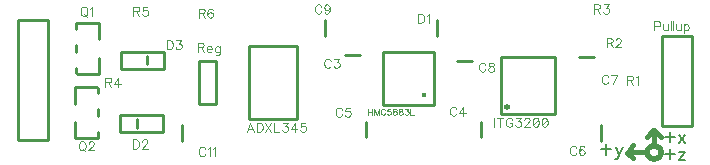
<source format=gbr>
G04 DipTrace 2.2.0.9*
%INTopSilk.gbr*%
%MOMM*%
%ADD10C,0.25*%
%ADD12C,0.076*%
%ADD15C,0.432*%
%ADD16C,0.381*%
%ADD17O,0.534X0.483*%
%ADD70C,0.118*%
%ADD71C,0.157*%
%FSLAX53Y53*%
%SFA1B1*%
%OFA0B0*%
G04*
G71*
G90*
G75*
G01*
%LNTopSilk*%
%LPD*%
X30660Y20207D2*
D10*
X34699D1*
Y14035D1*
X30660D1*
Y20207D1*
X11119Y22467D2*
X13659D1*
Y12257D1*
X11119D1*
Y22467D1*
X15895Y15361D2*
X15920Y16758D1*
X17775Y16783D1*
X17825Y16707D2*
Y16250D1*
X17851Y14878D2*
Y14319D1*
Y12923D2*
Y12440D1*
Y12465D2*
X15920D1*
X15895Y13837D1*
X17933Y19261D2*
X17908Y17863D1*
X16053Y17838D1*
X16003Y17914D2*
Y18372D1*
X15977Y19743D2*
Y20302D1*
Y21699D2*
Y22182D1*
Y22157D2*
X17908D1*
X17946Y20797D1*
X21998Y18676D2*
Y19413D1*
X19813Y19768D2*
X23471D1*
Y18321D1*
X19813D1*
Y19768D1*
X21197Y14040D2*
Y13304D1*
X19724Y14396D2*
X23382D1*
Y12948D1*
X19724D1*
Y14396D1*
X24993Y12216D2*
Y13515D1*
X37059Y21107D2*
Y22406D1*
X38730Y19472D2*
X40029D1*
D15*
X45425Y16079D3*
X41984Y19724D2*
D10*
X46302D1*
Y15254D1*
X41984D1*
Y19724D1*
X46527Y21107D2*
Y22406D1*
X65571Y21114D2*
X68111D1*
Y13494D1*
X65571D1*
Y21114D1*
X40588Y13832D2*
Y12533D1*
X64306Y11272D2*
D16*
X64307Y11311D1*
X64312Y11349D1*
X64319Y11387D1*
X64329Y11425D1*
X64342Y11462D1*
X64357Y11498D1*
X64375Y11533D1*
X64396Y11566D1*
X64419Y11598D1*
X64445Y11629D1*
X64472Y11658D1*
X64502Y11685D1*
X64534Y11710D1*
X64567Y11733D1*
X64602Y11753D1*
X64639Y11771D1*
X64677Y11787D1*
X64716Y11800D1*
X64755Y11811D1*
X64796Y11819D1*
X64837Y11824D1*
X64878Y11827D1*
X64920D1*
X64961Y11824D1*
X65002Y11819D1*
X65042Y11811D1*
X65082Y11800D1*
X65121Y11787D1*
X65159Y11771D1*
X65195Y11753D1*
X65230Y11733D1*
X65264Y11710D1*
X65296Y11685D1*
X65325Y11658D1*
X65353Y11629D1*
X65379Y11598D1*
X65402Y11566D1*
X65422Y11533D1*
X65441Y11498D1*
X65456Y11462D1*
X65469Y11425D1*
X65479Y11387D1*
X65486Y11349D1*
X65490Y11311D1*
X65492Y11272D1*
X65490Y11233D1*
X65486Y11195D1*
X65479Y11156D1*
X65469Y11119D1*
X65456Y11082D1*
X65441Y11046D1*
X65422Y11011D1*
X65402Y10977D1*
X65379Y10945D1*
X65353Y10915D1*
X65325Y10886D1*
X65296Y10859D1*
X65264Y10834D1*
X65230Y10811D1*
X65195Y10791D1*
X65159Y10772D1*
X65121Y10757D1*
X65082Y10743D1*
X65042Y10733D1*
X65002Y10725D1*
X64961Y10719D1*
X64920Y10717D1*
X64878D1*
X64837Y10719D1*
X64796Y10725D1*
X64755Y10733D1*
X64716Y10743D1*
X64677Y10757D1*
X64639Y10772D1*
X64602Y10791D1*
X64567Y10811D1*
X64534Y10834D1*
X64502Y10859D1*
X64472Y10886D1*
X64445Y10915D1*
X64419Y10945D1*
X64396Y10977D1*
X64375Y11011D1*
X64357Y11046D1*
X64342Y11082D1*
X64329Y11119D1*
X64319Y11156D1*
X64312Y11195D1*
X64307Y11233D1*
X64306Y11272D1*
X64936Y11986D2*
Y13097D1*
X64068Y11278D2*
X62957D1*
X60434Y13515D2*
D10*
Y12216D1*
X51992Y19349D2*
X56538D1*
Y14472D1*
X51992D1*
Y19349D1*
D17*
X52487Y15069D3*
X58576Y19314D2*
D10*
X59875D1*
X48256Y18996D2*
X49555D1*
X50273Y13832D2*
Y12533D1*
X26438Y18999D2*
X27810D1*
Y15316D1*
X26438D1*
Y18999D1*
X64381Y12542D2*
D16*
X64857Y13097D1*
X65492Y12542D2*
X64976Y13137D1*
X62714Y11272D2*
X63190Y11827D1*
Y10796D2*
X62634Y11192D1*
X31056Y12987D2*
D70*
X30764Y13753D1*
D2*
X30472Y12987D1*
X30582Y13242D2*
X30947D1*
X31291Y13753D2*
Y12987D1*
D2*
X31547D1*
D2*
X31656Y13024D1*
D2*
X31729Y13096D1*
D2*
X31766Y13170D1*
D2*
X31802Y13278D1*
D2*
Y13461D1*
D2*
X31766Y13571D1*
D2*
X31729Y13643D1*
D2*
X31656Y13716D1*
D2*
X31547Y13753D1*
D2*
X31291D1*
X32037D2*
X32547Y12987D1*
Y13753D2*
X32037Y12987D1*
X32783Y13753D2*
Y12987D1*
D2*
X33220D1*
X33529Y13752D2*
X33929D1*
D2*
X33710Y13460D1*
D2*
X33820D1*
D2*
X33892Y13424D1*
D2*
X33929Y13388D1*
D2*
X33966Y13278D1*
D2*
Y13206D1*
D2*
X33929Y13096D1*
D2*
X33856Y13023D1*
D2*
X33747Y12987D1*
D2*
X33637D1*
D2*
X33529Y13023D1*
D2*
X33492Y13060D1*
D2*
X33455Y13133D1*
X34566Y12987D2*
Y13752D1*
D2*
X34201Y13242D1*
D2*
X34748D1*
X35420Y13752D2*
X35056D1*
D2*
X35020Y13424D1*
D2*
X35056Y13460D1*
D2*
X35166Y13497D1*
D2*
X35274D1*
D2*
X35384Y13460D1*
D2*
X35457Y13388D1*
D2*
X35493Y13278D1*
D2*
Y13206D1*
D2*
X35457Y13096D1*
D2*
X35384Y13023D1*
D2*
X35274Y12987D1*
D2*
X35166D1*
D2*
X35056Y13023D1*
D2*
X35020Y13060D1*
D2*
X34983Y13133D1*
X16599Y23562D2*
X16526Y23526D1*
D2*
X16453Y23453D1*
D2*
X16417Y23380D1*
D2*
X16380Y23270D1*
D2*
Y23088D1*
D2*
X16417Y22979D1*
D2*
X16453Y22907D1*
D2*
X16526Y22833D1*
D2*
X16599Y22797D1*
D2*
X16745D1*
D2*
X16818Y22833D1*
D2*
X16890Y22907D1*
D2*
X16926Y22979D1*
D2*
X16964Y23088D1*
D2*
Y23270D1*
D2*
X16926Y23380D1*
D2*
X16890Y23453D1*
D2*
X16818Y23526D1*
D2*
X16745Y23562D1*
D2*
X16599D1*
X16708Y22943D2*
X16926Y22724D1*
X17199Y23415D2*
X17272Y23452D1*
D2*
X17382Y23561D1*
D2*
Y22796D1*
X16440Y12168D2*
X16368Y12133D1*
D2*
X16294Y12059D1*
D2*
X16258Y11986D1*
D2*
X16221Y11877D1*
D2*
Y11695D1*
D2*
X16258Y11585D1*
D2*
X16294Y11513D1*
D2*
X16368Y11439D1*
D2*
X16440Y11403D1*
D2*
X16586D1*
D2*
X16659Y11439D1*
D2*
X16731Y11513D1*
D2*
X16768Y11585D1*
D2*
X16805Y11695D1*
D2*
Y11877D1*
D2*
X16768Y11986D1*
D2*
X16731Y12059D1*
D2*
X16659Y12133D1*
D2*
X16586Y12168D1*
D2*
X16440D1*
X16550Y11549D2*
X16768Y11330D1*
X17077Y11985D2*
Y12021D1*
D2*
X17113Y12095D1*
D2*
X17150Y12131D1*
D2*
X17223Y12167D1*
D2*
X17369D1*
D2*
X17441Y12131D1*
D2*
X17477Y12095D1*
D2*
X17514Y12021D1*
D2*
Y11949D1*
D2*
X17477Y11876D1*
D2*
X17405Y11767D1*
D2*
X17040Y11402D1*
D2*
X17550D1*
X20863Y23197D2*
X21190D1*
D2*
X21300Y23234D1*
D2*
X21337Y23270D1*
D2*
X21373Y23343D1*
D2*
Y23416D1*
D2*
X21337Y23489D1*
D2*
X21300Y23526D1*
D2*
X21190Y23562D1*
D2*
X20863D1*
D2*
Y22796D1*
X21118Y23197D2*
X21373Y22796D1*
X22045Y23561D2*
X21682D1*
D2*
X21645Y23233D1*
D2*
X21682Y23270D1*
D2*
X21791Y23307D1*
D2*
X21900D1*
D2*
X22009Y23270D1*
D2*
X22083Y23197D1*
D2*
X22119Y23088D1*
D2*
Y23015D1*
D2*
X22083Y22906D1*
D2*
X22009Y22832D1*
D2*
X21900Y22796D1*
D2*
X21791D1*
D2*
X21682Y22832D1*
D2*
X21645Y22869D1*
D2*
X21608Y22942D1*
X23683Y20741D2*
Y19976D1*
D2*
X23938D1*
D2*
X24048Y20013D1*
D2*
X24121Y20085D1*
D2*
X24157Y20158D1*
D2*
X24193Y20267D1*
D2*
Y20450D1*
D2*
X24157Y20559D1*
D2*
X24121Y20632D1*
D2*
X24048Y20705D1*
D2*
X23938Y20741D1*
D2*
X23683D1*
X24502D2*
X24902D1*
D2*
X24684Y20449D1*
D2*
X24794D1*
D2*
X24866Y20413D1*
D2*
X24902Y20377D1*
D2*
X24939Y20267D1*
D2*
Y20195D1*
D2*
X24902Y20085D1*
D2*
X24830Y20012D1*
D2*
X24720Y19976D1*
D2*
X24611D1*
D2*
X24502Y20012D1*
D2*
X24466Y20049D1*
D2*
X24429Y20121D1*
X18481Y17164D2*
X18809D1*
D2*
X18918Y17201D1*
D2*
X18955Y17237D1*
D2*
X18991Y17310D1*
D2*
Y17383D1*
D2*
X18955Y17455D1*
D2*
X18918Y17492D1*
D2*
X18809Y17529D1*
D2*
X18481D1*
D2*
Y16763D1*
X18736Y17164D2*
X18991Y16763D1*
X19592D2*
Y17528D1*
D2*
X19227Y17018D1*
D2*
X19773D1*
X20825Y12327D2*
Y11561D1*
D2*
X21080D1*
D2*
X21190Y11598D1*
D2*
X21263Y11671D1*
D2*
X21299Y11744D1*
D2*
X21336Y11852D1*
D2*
Y12035D1*
D2*
X21299Y12145D1*
D2*
X21263Y12217D1*
D2*
X21190Y12290D1*
D2*
X21080Y12327D1*
D2*
X20825D1*
X21608Y12144D2*
Y12180D1*
D2*
X21644Y12253D1*
D2*
X21680Y12290D1*
D2*
X21754Y12326D1*
D2*
X21899D1*
D2*
X21972Y12290D1*
D2*
X22008Y12253D1*
D2*
X22045Y12180D1*
D2*
Y12108D1*
D2*
X22008Y12034D1*
D2*
X21936Y11926D1*
D2*
X21571Y11561D1*
D2*
X22081D1*
X26929Y11510D2*
X26893Y11582D1*
D2*
X26819Y11655D1*
D2*
X26747Y11692D1*
D2*
X26601D1*
D2*
X26528Y11655D1*
D2*
X26455Y11582D1*
D2*
X26418Y11510D1*
D2*
X26382Y11400D1*
D2*
Y11217D1*
D2*
X26418Y11109D1*
D2*
X26455Y11035D1*
D2*
X26528Y10963D1*
D2*
X26601Y10926D1*
D2*
X26747D1*
D2*
X26819Y10963D1*
D2*
X26893Y11035D1*
D2*
X26929Y11109D1*
X27164Y11545D2*
X27237Y11582D1*
D2*
X27347Y11691D1*
D2*
Y10926D1*
X27582Y11545D2*
X27655Y11582D1*
D2*
X27765Y11691D1*
D2*
Y10926D1*
X26382Y23038D2*
X26710D1*
D2*
X26819Y23075D1*
D2*
X26856Y23112D1*
D2*
X26893Y23184D1*
D2*
Y23257D1*
D2*
X26856Y23330D1*
D2*
X26819Y23367D1*
D2*
X26710Y23403D1*
D2*
X26382D1*
D2*
Y22637D1*
X26637Y23038D2*
X26893Y22637D1*
X27565Y23294D2*
X27529Y23366D1*
D2*
X27419Y23402D1*
D2*
X27347D1*
D2*
X27237Y23366D1*
D2*
X27164Y23257D1*
D2*
X27128Y23075D1*
D2*
Y22893D1*
D2*
X27164Y22747D1*
D2*
X27237Y22674D1*
D2*
X27347Y22637D1*
D2*
X27383D1*
D2*
X27492Y22674D1*
D2*
X27565Y22747D1*
D2*
X27601Y22856D1*
D2*
Y22893D1*
D2*
X27565Y23002D1*
D2*
X27492Y23075D1*
D2*
X27383Y23111D1*
D2*
X27347D1*
D2*
X27237Y23075D1*
D2*
X27164Y23002D1*
D2*
X27128Y22893D1*
X36772Y23576D2*
X36736Y23648D1*
D2*
X36663Y23722D1*
D2*
X36590Y23758D1*
D2*
X36445D1*
D2*
X36371Y23722D1*
D2*
X36299Y23648D1*
D2*
X36262Y23576D1*
D2*
X36226Y23466D1*
D2*
Y23284D1*
D2*
X36262Y23175D1*
D2*
X36299Y23102D1*
D2*
X36371Y23029D1*
D2*
X36445Y22992D1*
D2*
X36590D1*
D2*
X36663Y23029D1*
D2*
X36736Y23102D1*
D2*
X36772Y23175D1*
X37482Y23503D2*
X37445Y23393D1*
D2*
X37372Y23320D1*
D2*
X37263Y23284D1*
D2*
X37227D1*
D2*
X37117Y23320D1*
D2*
X37045Y23393D1*
D2*
X37008Y23503D1*
D2*
Y23539D1*
D2*
X37045Y23648D1*
D2*
X37117Y23721D1*
D2*
X37227Y23757D1*
D2*
X37263D1*
D2*
X37372Y23721D1*
D2*
X37445Y23648D1*
D2*
X37482Y23503D1*
D2*
Y23320D1*
D2*
X37445Y23138D1*
D2*
X37372Y23028D1*
D2*
X37263Y22992D1*
D2*
X37190D1*
D2*
X37081Y23028D1*
D2*
X37045Y23102D1*
X37566Y18972D2*
X37530Y19044D1*
D2*
X37457Y19117D1*
D2*
X37384Y19154D1*
D2*
X37238D1*
D2*
X37165Y19117D1*
D2*
X37093Y19044D1*
D2*
X37056Y18972D1*
D2*
X37019Y18862D1*
D2*
Y18679D1*
D2*
X37056Y18571D1*
D2*
X37093Y18498D1*
D2*
X37165Y18425D1*
D2*
X37238Y18388D1*
D2*
X37384D1*
D2*
X37457Y18425D1*
D2*
X37530Y18498D1*
D2*
X37566Y18571D1*
X37875Y19153D2*
X38275D1*
D2*
X38057Y18861D1*
D2*
X38166D1*
D2*
X38239Y18825D1*
D2*
X38275Y18789D1*
D2*
X38312Y18679D1*
D2*
Y18607D1*
D2*
X38275Y18498D1*
D2*
X38202Y18424D1*
D2*
X38093Y18388D1*
D2*
X37983D1*
D2*
X37875Y18424D1*
D2*
X37838Y18461D1*
D2*
X37801Y18534D1*
X40759Y14931D2*
D12*
Y14421D1*
X41099Y14931D2*
Y14421D1*
X40759Y14688D2*
X41099D1*
X41645Y14421D2*
Y14931D1*
D2*
X41450Y14421D1*
D2*
X41256Y14931D1*
D2*
Y14421D1*
X42166Y14810D2*
X42142Y14858D1*
D2*
X42093Y14907D1*
D2*
X42045Y14931D1*
D2*
X41948D1*
D2*
X41899Y14907D1*
D2*
X41851Y14858D1*
D2*
X41826Y14810D1*
D2*
X41802Y14737D1*
D2*
Y14615D1*
D2*
X41826Y14543D1*
D2*
X41851Y14494D1*
D2*
X41899Y14445D1*
D2*
X41948Y14421D1*
D2*
X42045D1*
D2*
X42093Y14445D1*
D2*
X42142Y14494D1*
D2*
X42166Y14543D1*
X42614Y14931D2*
X42372D1*
D2*
X42348Y14712D1*
D2*
X42372Y14736D1*
D2*
X42445Y14761D1*
D2*
X42517D1*
D2*
X42590Y14736D1*
D2*
X42639Y14688D1*
D2*
X42663Y14615D1*
D2*
Y14567D1*
D2*
X42639Y14494D1*
D2*
X42590Y14445D1*
D2*
X42517Y14421D1*
D2*
X42445D1*
D2*
X42372Y14445D1*
D2*
X42348Y14470D1*
D2*
X42323Y14518D1*
X42941Y14931D2*
X42869Y14906D1*
D2*
X42844Y14858D1*
D2*
Y14809D1*
D2*
X42869Y14761D1*
D2*
X42917Y14736D1*
D2*
X43014Y14712D1*
D2*
X43087Y14688D1*
D2*
X43136Y14639D1*
D2*
X43160Y14591D1*
D2*
Y14518D1*
D2*
X43136Y14470D1*
D2*
X43112Y14445D1*
D2*
X43039Y14421D1*
D2*
X42941D1*
D2*
X42869Y14445D1*
D2*
X42844Y14470D1*
D2*
X42820Y14518D1*
D2*
Y14591D1*
D2*
X42844Y14639D1*
D2*
X42893Y14688D1*
D2*
X42966Y14712D1*
D2*
X43063Y14736D1*
D2*
X43112Y14761D1*
D2*
X43136Y14809D1*
D2*
Y14858D1*
D2*
X43112Y14906D1*
D2*
X43039Y14931D1*
D2*
X42941D1*
X43438D2*
X43366Y14906D1*
D2*
X43341Y14858D1*
D2*
Y14809D1*
D2*
X43366Y14761D1*
D2*
X43414Y14736D1*
D2*
X43511Y14712D1*
D2*
X43584Y14688D1*
D2*
X43632Y14639D1*
D2*
X43656Y14591D1*
D2*
Y14518D1*
D2*
X43632Y14470D1*
D2*
X43608Y14445D1*
D2*
X43535Y14421D1*
D2*
X43438D1*
D2*
X43366Y14445D1*
D2*
X43341Y14470D1*
D2*
X43317Y14518D1*
D2*
Y14591D1*
D2*
X43341Y14639D1*
D2*
X43390Y14688D1*
D2*
X43462Y14712D1*
D2*
X43559Y14736D1*
D2*
X43608Y14761D1*
D2*
X43632Y14809D1*
D2*
Y14858D1*
D2*
X43608Y14906D1*
D2*
X43535Y14931D1*
D2*
X43438D1*
X43862D2*
X44129D1*
D2*
X43983Y14736D1*
D2*
X44056D1*
D2*
X44105Y14712D1*
D2*
X44129Y14688D1*
D2*
X44154Y14615D1*
D2*
Y14567D1*
D2*
X44129Y14494D1*
D2*
X44081Y14445D1*
D2*
X44008Y14421D1*
D2*
X43935D1*
D2*
X43862Y14445D1*
D2*
X43838Y14470D1*
D2*
X43813Y14518D1*
X44310Y14931D2*
Y14421D1*
D2*
X44602D1*
X44958Y22964D2*
D70*
Y22198D1*
D2*
X45213D1*
D2*
X45323Y22235D1*
D2*
X45396Y22308D1*
D2*
X45432Y22381D1*
D2*
X45468Y22490D1*
D2*
Y22673D1*
D2*
X45432Y22782D1*
D2*
X45396Y22855D1*
D2*
X45323Y22928D1*
D2*
X45213Y22964D1*
D2*
X44958D1*
X45704Y22818D2*
X45777Y22855D1*
D2*
X45886Y22963D1*
D2*
Y22198D1*
X59882Y23393D2*
X60210D1*
D2*
X60319Y23430D1*
D2*
X60356Y23466D1*
D2*
X60392Y23539D1*
D2*
Y23612D1*
D2*
X60356Y23685D1*
D2*
X60319Y23722D1*
D2*
X60210Y23758D1*
D2*
X59882D1*
D2*
Y22992D1*
X60137Y23393D2*
X60392Y22992D1*
X60701Y23757D2*
X61101D1*
D2*
X60883Y23466D1*
D2*
X60992D1*
D2*
X61065Y23429D1*
D2*
X61101Y23393D1*
D2*
X61138Y23284D1*
D2*
Y23211D1*
D2*
X61101Y23102D1*
D2*
X61029Y23028D1*
D2*
X60919Y22992D1*
D2*
X60810D1*
D2*
X60701Y23028D1*
D2*
X60665Y23066D1*
D2*
X60628Y23138D1*
X64962Y21928D2*
X65291D1*
D2*
X65400Y21964D1*
D2*
X65437Y22001D1*
D2*
X65473Y22074D1*
D2*
Y22183D1*
D2*
X65437Y22256D1*
D2*
X65400Y22293D1*
D2*
X65291Y22329D1*
D2*
X64962D1*
D2*
Y21563D1*
X65708Y22074D2*
Y21709D1*
D2*
X65744Y21600D1*
D2*
X65818Y21563D1*
D2*
X65927D1*
D2*
X66000Y21600D1*
D2*
X66109Y21709D1*
Y22074D2*
Y21563D1*
X66344Y22329D2*
Y21563D1*
X66580Y22329D2*
Y21563D1*
X66815Y22074D2*
Y21709D1*
D2*
X66851Y21600D1*
D2*
X66924Y21563D1*
D2*
X67034D1*
D2*
X67106Y21600D1*
D2*
X67216Y21709D1*
Y22074D2*
Y21563D1*
X67451Y22074D2*
Y21308D1*
Y21964D2*
X67524Y22037D1*
D2*
X67597Y22074D1*
D2*
X67706D1*
D2*
X67780Y22037D1*
D2*
X67852Y21964D1*
D2*
X67889Y21855D1*
D2*
Y21782D1*
D2*
X67852Y21673D1*
D2*
X67780Y21600D1*
D2*
X67706Y21563D1*
D2*
X67597D1*
D2*
X67524Y21600D1*
D2*
X67451Y21673D1*
X38519Y14844D2*
X38482Y14916D1*
D2*
X38409Y14990D1*
D2*
X38337Y15026D1*
D2*
X38191D1*
D2*
X38118Y14990D1*
D2*
X38045Y14916D1*
D2*
X38008Y14844D1*
D2*
X37972Y14734D1*
D2*
Y14552D1*
D2*
X38008Y14443D1*
D2*
X38045Y14370D1*
D2*
X38118Y14297D1*
D2*
X38191Y14260D1*
D2*
X38337D1*
D2*
X38409Y14297D1*
D2*
X38482Y14370D1*
D2*
X38519Y14443D1*
X39191Y15025D2*
X38827D1*
D2*
X38791Y14697D1*
D2*
X38827Y14733D1*
D2*
X38937Y14771D1*
D2*
X39045D1*
D2*
X39155Y14733D1*
D2*
X39228Y14661D1*
D2*
X39264Y14552D1*
D2*
Y14479D1*
D2*
X39228Y14370D1*
D2*
X39155Y14296D1*
D2*
X39045Y14260D1*
D2*
X38937D1*
D2*
X38827Y14296D1*
D2*
X38791Y14333D1*
D2*
X38754Y14406D1*
X60890Y11923D2*
D71*
Y11048D1*
X60453Y11485D2*
X61328D1*
X61691Y11656D2*
X61982Y10976D1*
D2*
X61885Y10781D1*
D2*
X61788Y10684D1*
D2*
X61691Y10635D1*
D2*
X61642D1*
X62274Y11656D2*
X61982Y10976D1*
X66287Y12955D2*
Y12080D1*
X65850Y12517D2*
X66725D1*
X67039Y12688D2*
X67574Y12007D1*
Y12688D2*
X67039Y12007D1*
X66287Y11526D2*
Y10651D1*
X65850Y11088D2*
X66725D1*
X67039Y11259D2*
X67574D1*
D2*
X67039Y10579D1*
D2*
X67574D1*
X60914Y20536D2*
D70*
X61241D1*
D2*
X61351Y20573D1*
D2*
X61388Y20609D1*
D2*
X61424Y20681D1*
D2*
Y20755D1*
D2*
X61388Y20827D1*
D2*
X61351Y20864D1*
D2*
X61241Y20900D1*
D2*
X60914D1*
D2*
Y20135D1*
X61169Y20536D2*
X61424Y20135D1*
X61697Y20718D2*
Y20754D1*
D2*
X61733Y20827D1*
D2*
X61769Y20863D1*
D2*
X61842Y20900D1*
D2*
X61988D1*
D2*
X62060Y20863D1*
D2*
X62097Y20827D1*
D2*
X62134Y20754D1*
D2*
Y20681D1*
D2*
X62097Y20608D1*
D2*
X62024Y20499D1*
D2*
X61659Y20135D1*
D2*
X62170D1*
X62660Y17361D2*
X62988D1*
D2*
X63097Y17398D1*
D2*
X63134Y17434D1*
D2*
X63170Y17506D1*
D2*
Y17580D1*
D2*
X63134Y17652D1*
D2*
X63097Y17689D1*
D2*
X62988Y17725D1*
D2*
X62660D1*
D2*
Y16960D1*
X62915Y17361D2*
X63170Y16960D1*
X63406Y17579D2*
X63479Y17616D1*
D2*
X63589Y17725D1*
D2*
Y16960D1*
X58365Y11590D2*
X58329Y11663D1*
D2*
X58255Y11736D1*
D2*
X58183Y11772D1*
D2*
X58037D1*
D2*
X57964Y11736D1*
D2*
X57891Y11663D1*
D2*
X57854Y11590D1*
D2*
X57818Y11481D1*
D2*
Y11298D1*
D2*
X57854Y11189D1*
D2*
X57891Y11116D1*
D2*
X57964Y11044D1*
D2*
X58037Y11007D1*
D2*
X58183D1*
D2*
X58255Y11044D1*
D2*
X58329Y11116D1*
D2*
X58365Y11189D1*
X59037Y11663D2*
X59001Y11735D1*
D2*
X58891Y11771D1*
D2*
X58819D1*
D2*
X58710Y11735D1*
D2*
X58636Y11626D1*
D2*
X58600Y11444D1*
D2*
Y11262D1*
D2*
X58636Y11116D1*
D2*
X58710Y11043D1*
D2*
X58819Y11007D1*
D2*
X58855D1*
D2*
X58964Y11043D1*
D2*
X59037Y11116D1*
D2*
X59073Y11226D1*
D2*
Y11262D1*
D2*
X59037Y11371D1*
D2*
X58964Y11444D1*
D2*
X58855Y11480D1*
D2*
X58819D1*
D2*
X58710Y11444D1*
D2*
X58636Y11371D1*
D2*
X58600Y11262D1*
X51419Y14161D2*
Y13396D1*
X51910Y14161D2*
Y13396D1*
X51655Y14161D2*
X52165D1*
X52947Y13979D2*
X52911Y14052D1*
D2*
X52838Y14125D1*
D2*
X52765Y14161D1*
D2*
X52619D1*
D2*
X52546Y14125D1*
D2*
X52474Y14052D1*
D2*
X52437Y13979D1*
D2*
X52400Y13870D1*
D2*
Y13687D1*
D2*
X52437Y13578D1*
D2*
X52474Y13505D1*
D2*
X52546Y13433D1*
D2*
X52619Y13396D1*
D2*
X52765D1*
D2*
X52838Y13433D1*
D2*
X52911Y13505D1*
D2*
X52947Y13578D1*
D2*
Y13687D1*
D2*
X52765D1*
X53256Y14160D2*
X53656D1*
D2*
X53438Y13869D1*
D2*
X53547D1*
D2*
X53619Y13833D1*
D2*
X53656Y13797D1*
D2*
X53693Y13687D1*
D2*
Y13615D1*
D2*
X53656Y13505D1*
D2*
X53583Y13432D1*
D2*
X53474Y13396D1*
D2*
X53364D1*
D2*
X53256Y13432D1*
D2*
X53219Y13469D1*
D2*
X53182Y13541D1*
X53965Y13979D2*
Y14015D1*
D2*
X54001Y14088D1*
D2*
X54038Y14124D1*
D2*
X54111Y14160D1*
D2*
X54257D1*
D2*
X54329Y14124D1*
D2*
X54365Y14088D1*
D2*
X54402Y14015D1*
D2*
Y13942D1*
D2*
X54365Y13869D1*
D2*
X54293Y13760D1*
D2*
X53928Y13396D1*
D2*
X54438D1*
X54893Y14160D2*
X54783Y14124D1*
D2*
X54710Y14015D1*
D2*
X54674Y13833D1*
D2*
Y13723D1*
D2*
X54710Y13541D1*
D2*
X54783Y13432D1*
D2*
X54893Y13396D1*
D2*
X54965D1*
D2*
X55075Y13432D1*
D2*
X55147Y13541D1*
D2*
X55184Y13723D1*
D2*
Y13833D1*
D2*
X55147Y14015D1*
D2*
X55075Y14124D1*
D2*
X54965Y14160D1*
D2*
X54893D1*
X55147Y14015D2*
X54710Y13541D1*
X55638Y14160D2*
X55529Y14124D1*
D2*
X55456Y14015D1*
D2*
X55419Y13833D1*
D2*
Y13723D1*
D2*
X55456Y13541D1*
D2*
X55529Y13432D1*
D2*
X55638Y13396D1*
D2*
X55711D1*
D2*
X55820Y13432D1*
D2*
X55893Y13541D1*
D2*
X55930Y13723D1*
D2*
Y13833D1*
D2*
X55893Y14015D1*
D2*
X55820Y14124D1*
D2*
X55711Y14160D1*
D2*
X55638D1*
X55893Y14015D2*
X55456Y13541D1*
X61064Y17623D2*
X61027Y17695D1*
D2*
X60954Y17769D1*
D2*
X60882Y17805D1*
D2*
X60736D1*
D2*
X60663Y17769D1*
D2*
X60590Y17695D1*
D2*
X60553Y17623D1*
D2*
X60517Y17513D1*
D2*
Y17331D1*
D2*
X60553Y17222D1*
D2*
X60590Y17149D1*
D2*
X60663Y17076D1*
D2*
X60736Y17039D1*
D2*
X60882D1*
D2*
X60954Y17076D1*
D2*
X61027Y17149D1*
D2*
X61064Y17222D1*
X61445Y17039D2*
X61809Y17804D1*
D2*
X61299D1*
X50665Y18655D2*
X50629Y18727D1*
D2*
X50556Y18800D1*
D2*
X50483Y18837D1*
D2*
X50338D1*
D2*
X50264Y18800D1*
D2*
X50192Y18727D1*
D2*
X50155Y18655D1*
D2*
X50119Y18545D1*
D2*
Y18362D1*
D2*
X50155Y18254D1*
D2*
X50192Y18181D1*
D2*
X50264Y18108D1*
D2*
X50338Y18071D1*
D2*
X50483D1*
D2*
X50556Y18108D1*
D2*
X50629Y18181D1*
D2*
X50665Y18254D1*
X51083Y18836D2*
X50974Y18800D1*
D2*
X50937Y18727D1*
D2*
Y18654D1*
D2*
X50974Y18581D1*
D2*
X51046Y18544D1*
D2*
X51192Y18508D1*
D2*
X51302Y18472D1*
D2*
X51374Y18399D1*
D2*
X51410Y18326D1*
D2*
Y18217D1*
D2*
X51374Y18144D1*
D2*
X51338Y18107D1*
D2*
X51228Y18071D1*
D2*
X51083D1*
D2*
X50974Y18107D1*
D2*
X50937Y18144D1*
D2*
X50901Y18217D1*
D2*
Y18326D1*
D2*
X50937Y18399D1*
D2*
X51010Y18472D1*
D2*
X51119Y18508D1*
D2*
X51265Y18544D1*
D2*
X51338Y18581D1*
D2*
X51374Y18654D1*
D2*
Y18727D1*
D2*
X51338Y18800D1*
D2*
X51228Y18836D1*
D2*
X51083D1*
X48205Y14924D2*
X48169Y14997D1*
D2*
X48095Y15070D1*
D2*
X48023Y15106D1*
D2*
X47877D1*
D2*
X47804Y15070D1*
D2*
X47731Y14997D1*
D2*
X47694Y14924D1*
D2*
X47658Y14815D1*
D2*
Y14632D1*
D2*
X47694Y14523D1*
D2*
X47731Y14450D1*
D2*
X47804Y14377D1*
D2*
X47877Y14340D1*
D2*
X48023D1*
D2*
X48095Y14377D1*
D2*
X48169Y14450D1*
D2*
X48205Y14523D1*
X48805Y14340D2*
Y15105D1*
D2*
X48440Y14596D1*
D2*
X48987D1*
X26306Y20139D2*
X26634D1*
D2*
X26743Y20176D1*
D2*
X26780Y20212D1*
D2*
X26817Y20285D1*
D2*
Y20358D1*
D2*
X26780Y20430D1*
D2*
X26743Y20467D1*
D2*
X26634Y20504D1*
D2*
X26306D1*
D2*
Y19738D1*
X26561Y20139D2*
X26817Y19738D1*
X27052Y20029D2*
X27489D1*
D2*
Y20103D1*
D2*
X27453Y20176D1*
D2*
X27417Y20212D1*
D2*
X27343Y20248D1*
D2*
X27234D1*
D2*
X27161Y20212D1*
D2*
X27088Y20139D1*
D2*
X27052Y20029D1*
D2*
Y19957D1*
D2*
X27088Y19847D1*
D2*
X27161Y19775D1*
D2*
X27234Y19738D1*
D2*
X27343D1*
D2*
X27417Y19775D1*
D2*
X27489Y19847D1*
X28162Y20212D2*
Y19628D1*
D2*
X28125Y19520D1*
D2*
X28089Y19483D1*
D2*
X28016Y19446D1*
D2*
X27906D1*
D2*
X27834Y19483D1*
X28162Y20103D2*
X28089Y20175D1*
D2*
X28016Y20212D1*
D2*
X27906D1*
D2*
X27834Y20175D1*
D2*
X27761Y20103D1*
D2*
X27724Y19993D1*
D2*
Y19920D1*
D2*
X27761Y19811D1*
D2*
X27834Y19738D1*
D2*
X27906Y19702D1*
D2*
X28016D1*
D2*
X28089Y19738D1*
D2*
X28162Y19811D1*
M02*

</source>
